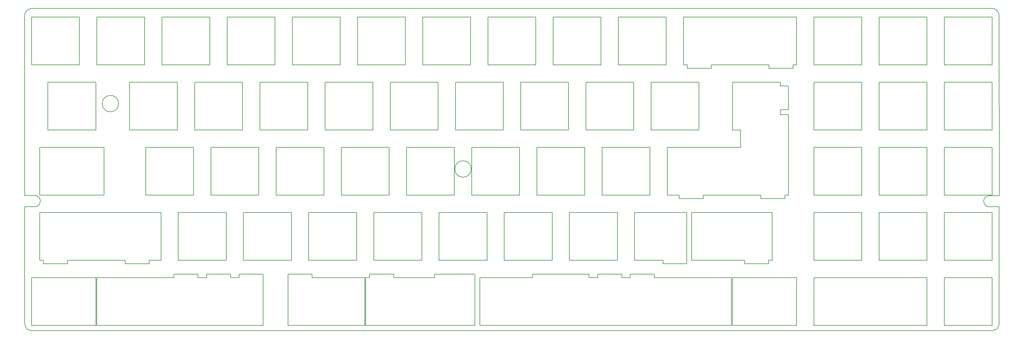
<source format=gbr>
%TF.GenerationSoftware,KiCad,Pcbnew,(7.0.0)*%
%TF.CreationDate,2023-03-04T17:59:08+01:00*%
%TF.ProjectId,qazimodo plate,71617a69-6d6f-4646-9f20-706c6174652e,rev?*%
%TF.SameCoordinates,Original*%
%TF.FileFunction,Profile,NP*%
%FSLAX46Y46*%
G04 Gerber Fmt 4.6, Leading zero omitted, Abs format (unit mm)*
G04 Created by KiCad (PCBNEW (7.0.0)) date 2023-03-04 17:59:08*
%MOMM*%
%LPD*%
G01*
G04 APERTURE LIST*
%TA.AperFunction,Profile*%
%ADD10C,0.200000*%
%TD*%
%TA.AperFunction,Profile*%
%ADD11C,0.100000*%
%TD*%
G04 APERTURE END LIST*
D10*
X138760937Y-48552682D02*
X124760937Y-48552682D01*
X97160937Y-138752682D02*
X99685937Y-138752682D01*
X234298437Y-138752682D02*
X238773437Y-138752682D01*
X52029187Y-105702682D02*
X50942187Y-105702682D01*
X195910937Y-62552682D02*
X195910937Y-48552682D01*
X237766687Y-86652682D02*
X234298437Y-86652682D01*
X310210937Y-86652682D02*
X296210937Y-86652682D01*
X310210937Y-48552682D02*
X296210937Y-48552682D01*
X106692187Y-123752682D02*
X106685937Y-123752682D01*
X296210937Y-81602682D02*
X310210937Y-81602682D01*
X130466687Y-138752682D02*
X131904687Y-138752682D01*
X171091687Y-138752682D02*
X173360937Y-138752682D01*
X143523437Y-119702682D02*
X143523437Y-105702682D01*
X291160937Y-86652682D02*
X277160937Y-86652682D01*
X116210937Y-138752682D02*
X116210937Y-123752682D01*
X191435937Y-81602682D02*
X205435937Y-81602682D01*
X271023937Y-48552682D02*
X264023937Y-48552682D01*
X130466687Y-123752682D02*
X123466687Y-123752682D01*
X224773437Y-119702682D02*
X233004187Y-119702682D01*
X214960937Y-48552682D02*
X200960937Y-48552682D01*
X244766687Y-86652682D02*
X237766687Y-86652682D01*
X148285937Y-81602682D02*
X148285937Y-67602682D01*
X229535937Y-81602682D02*
X243535937Y-81602682D01*
X191148437Y-86652682D02*
X177148437Y-86652682D01*
X291160937Y-124752682D02*
X286685937Y-124752682D01*
X296210937Y-67602682D02*
X296210937Y-81602682D01*
X331245023Y-48061977D02*
G75*
G03*
X329245026Y-46061977I-1999923J77D01*
G01*
X81610937Y-124752682D02*
X74754687Y-124752682D01*
X119710937Y-48552682D02*
X105710937Y-48552682D01*
X291160937Y-119702682D02*
X291160937Y-105702682D01*
X46559497Y-104013000D02*
X46545321Y-138271306D01*
X178091687Y-138752682D02*
X178091687Y-123752682D01*
X77135937Y-67602682D02*
X77135937Y-81602682D01*
X253060937Y-138752682D02*
X253060937Y-124752682D01*
X64942187Y-100652682D02*
X69704687Y-100652682D01*
X261642687Y-101652682D02*
X268642687Y-101652682D01*
X210485937Y-81602682D02*
X224485937Y-81602682D01*
X59029187Y-105702682D02*
X52029187Y-105702682D01*
X224773437Y-105702682D02*
X224773437Y-119702682D01*
X129523437Y-119702682D02*
X143523437Y-119702682D01*
X172098437Y-100652682D02*
X172098437Y-86652682D01*
X269729687Y-77127682D02*
X267348437Y-77127682D01*
X269729687Y-99565682D02*
X269729687Y-92565682D01*
X264967187Y-105702682D02*
X263880187Y-105702682D01*
X131904687Y-124752682D02*
X130466687Y-124752682D01*
X253060937Y-124752682D02*
X248298437Y-124752682D01*
X253348437Y-67602682D02*
X253348437Y-81602682D01*
X91423437Y-119702682D02*
X105423437Y-119702682D01*
X230510937Y-138752682D02*
X231917187Y-138752682D01*
X186385937Y-81602682D02*
X186385937Y-67602682D01*
X267348437Y-124752682D02*
X258110937Y-124752682D01*
X100660937Y-62552682D02*
X100660937Y-48552682D01*
X129523437Y-105702682D02*
X129523437Y-119702682D01*
X162860937Y-62552682D02*
X176860937Y-62552682D01*
X315260937Y-124752682D02*
X315260937Y-138752682D01*
X258110937Y-138752682D02*
X267348437Y-138752682D01*
X291160937Y-100652682D02*
X291160937Y-86652682D01*
X229248437Y-138752682D02*
X230510937Y-138752682D01*
X255729687Y-81602682D02*
X255729687Y-86652682D01*
X195910937Y-48552682D02*
X181910937Y-48552682D01*
X62560937Y-138752682D02*
X64942187Y-138752682D01*
X67323437Y-138752682D02*
X67323437Y-124752682D01*
X81610937Y-62552682D02*
X81610937Y-48552682D01*
X315260937Y-67602682D02*
X315260937Y-81602682D01*
X115235937Y-67602682D02*
X115235937Y-81602682D01*
X138760937Y-138752682D02*
X145904687Y-138752682D01*
X277160937Y-119702682D02*
X291160937Y-119702682D01*
X138760937Y-62552682D02*
X138760937Y-48552682D01*
X91135937Y-81602682D02*
X91135937Y-67602682D01*
X267348437Y-67602682D02*
X253348437Y-67602682D01*
X244766687Y-100652682D02*
X246204687Y-100652682D01*
X145904687Y-124752682D02*
X138760937Y-124752682D01*
X124473437Y-119702682D02*
X124473437Y-105702682D01*
X53323437Y-124752682D02*
X50942187Y-124752682D01*
X62560937Y-124752682D02*
X53323437Y-124752682D01*
X166360937Y-124752682D02*
X160192187Y-124752682D01*
X215248437Y-100652682D02*
X229248437Y-100652682D01*
X147342687Y-138752682D02*
X153335937Y-138752682D01*
X315260937Y-86652682D02*
X315260937Y-100652682D01*
X53323437Y-67602682D02*
X53323437Y-81602682D01*
X253348437Y-138752682D02*
X255729687Y-138752682D01*
X72373437Y-105702682D02*
X64942187Y-105702682D01*
X74754687Y-138752682D02*
X81610937Y-138752682D01*
X60467187Y-105702682D02*
X59029187Y-105702682D01*
X200673437Y-105702682D02*
X186673437Y-105702682D01*
X86660937Y-124752682D02*
X86373437Y-124752682D01*
X277160937Y-124752682D02*
X277160937Y-138752682D01*
X329260937Y-62552682D02*
X329260937Y-48552682D01*
X133998437Y-100652682D02*
X133998437Y-86652682D01*
X230510937Y-124752682D02*
X230510937Y-123752682D01*
X74467187Y-105702682D02*
X72373437Y-105702682D01*
X258110937Y-48552682D02*
X253060937Y-48552682D01*
X255729687Y-100652682D02*
X260204687Y-100652682D01*
X246204687Y-86652682D02*
X244766687Y-86652682D01*
X277160937Y-105702682D02*
X277160937Y-119702682D01*
X86660937Y-62552682D02*
X100660937Y-62552682D01*
X309123937Y-138752682D02*
X310210937Y-138752682D01*
X59029187Y-119702682D02*
X60467187Y-119702682D01*
X229535937Y-67602682D02*
X229535937Y-81602682D01*
X199692187Y-123752682D02*
X194967687Y-123752682D01*
X74754687Y-124752682D02*
X72373437Y-124752682D01*
X234298437Y-124752682D02*
X234010937Y-124752682D01*
X100660937Y-48552682D02*
X86660937Y-48552682D01*
X240004187Y-105702682D02*
X238773437Y-105702682D01*
X181910937Y-62552682D02*
X195910937Y-62552682D01*
X267348437Y-77127682D02*
X267348437Y-75689682D01*
X239060937Y-138752682D02*
X245917187Y-138752682D01*
X263880187Y-119702682D02*
X264967187Y-119702682D01*
X263880187Y-105702682D02*
X256880187Y-105702682D01*
X172098437Y-86652682D02*
X158098437Y-86652682D01*
X99685937Y-138752682D02*
X99692187Y-138752682D01*
X247147937Y-62552682D02*
X248585937Y-62552682D01*
X110473437Y-105702682D02*
X110473437Y-119702682D01*
X267348437Y-68689682D02*
X267348437Y-67602682D01*
X310210937Y-100652682D02*
X310210937Y-86652682D01*
X205435937Y-81602682D02*
X205435937Y-67602682D01*
X46559497Y-100711000D02*
X49452502Y-100711000D01*
X133998437Y-86652682D02*
X119998437Y-86652682D01*
X224485937Y-81602682D02*
X224485937Y-67602682D01*
X82905187Y-120702682D02*
X82905187Y-119702682D01*
X81898437Y-138752682D02*
X86373437Y-138752682D01*
X267348437Y-75689682D02*
X269729687Y-75689682D01*
X199692187Y-138752682D02*
X201967687Y-138752682D01*
X49452502Y-104013000D02*
G75*
G03*
X49452502Y-100711000I-102J1651000D01*
G01*
X124760937Y-62552682D02*
X138760937Y-62552682D01*
X263880187Y-120702682D02*
X263880187Y-119702682D01*
X146192187Y-124752682D02*
X146192187Y-138752682D01*
X67610937Y-124752682D02*
X67610937Y-138752682D01*
X214960937Y-62552682D02*
X214960937Y-48552682D01*
X53323437Y-138752682D02*
X62560937Y-138752682D01*
X55704687Y-86652682D02*
X50942187Y-86652682D01*
X243535937Y-81602682D02*
X243535937Y-67602682D01*
X59029187Y-120702682D02*
X59029187Y-119702682D01*
X239060937Y-62552682D02*
X240147937Y-62552682D01*
X296210937Y-62552682D02*
X310210937Y-62552682D01*
X315260937Y-138752682D02*
X329260937Y-138752682D01*
X296210937Y-86652682D02*
X296210937Y-100652682D01*
X160192187Y-138752682D02*
X166360937Y-138752682D01*
X269729687Y-91127682D02*
X269729687Y-86652682D01*
X269729687Y-138752682D02*
X272110937Y-138752682D01*
X213985937Y-138752682D02*
X215248437Y-138752682D01*
X269729687Y-92565682D02*
X269729687Y-91127682D01*
X315260937Y-48552682D02*
X315260937Y-62552682D01*
X248585937Y-62552682D02*
X253060937Y-62552682D01*
X110185937Y-81602682D02*
X110185937Y-67602682D01*
X329245026Y-140262026D02*
G75*
G03*
X331245026Y-138261970I74J1999926D01*
G01*
X91135937Y-67602682D02*
X77135937Y-67602682D01*
X119998437Y-100652682D02*
X133998437Y-100652682D01*
X193529687Y-138752682D02*
X194967687Y-138752682D01*
X72373437Y-119702682D02*
X74467187Y-119702682D01*
X166360937Y-138752682D02*
X167335937Y-138752682D01*
X106692187Y-124752682D02*
X106692187Y-123752682D01*
X238773437Y-105702682D02*
X233004187Y-105702682D01*
X248298437Y-124752682D02*
X245917187Y-124752682D01*
X329260937Y-105702682D02*
X315260937Y-105702682D01*
X328353046Y-100838000D02*
G75*
G03*
X328353046Y-104013000I154J-1587500D01*
G01*
X64942187Y-138752682D02*
X67323437Y-138752682D01*
X269729687Y-124752682D02*
X267348437Y-124752682D01*
X220985937Y-138752682D02*
X223510937Y-138752682D01*
X106685937Y-138752682D02*
X106692187Y-138752682D01*
X247147937Y-48552682D02*
X240147937Y-48552682D01*
X205723437Y-119702682D02*
X219723437Y-119702682D01*
X237766687Y-101652682D02*
X244766687Y-101652682D01*
X116210937Y-123752682D02*
X109210937Y-123752682D01*
X220985937Y-124752682D02*
X220985937Y-123752682D01*
X191148437Y-100652682D02*
X191148437Y-86652682D01*
X153335937Y-138752682D02*
X154310937Y-138752682D01*
X110185937Y-138752682D02*
X116210937Y-138752682D01*
X277160937Y-48552682D02*
X277160937Y-62552682D01*
X53323437Y-81602682D02*
X67323437Y-81602682D01*
X153335937Y-67602682D02*
X153335937Y-81602682D01*
X194967687Y-123752682D02*
X194967687Y-124752682D01*
X250967187Y-105702682D02*
X241442187Y-105702682D01*
X291160937Y-62552682D02*
X291160937Y-48552682D01*
X229248437Y-100652682D02*
X229248437Y-86652682D01*
X210485937Y-138752682D02*
X211460937Y-138752682D01*
X146192187Y-138752682D02*
X147310937Y-138752682D01*
X96185937Y-67602682D02*
X96185937Y-81602682D01*
X244766687Y-101652682D02*
X244766687Y-100652682D01*
X262585937Y-62552682D02*
X264023937Y-62552682D01*
X224485937Y-67602682D02*
X210485937Y-67602682D01*
X109210937Y-138752682D02*
X110185937Y-138752682D01*
X272110937Y-138752682D02*
X272110937Y-124752682D01*
X86660937Y-48552682D02*
X86660937Y-62552682D01*
X329260937Y-48552682D02*
X315260937Y-48552682D01*
X245917187Y-124752682D02*
X239060937Y-124752682D01*
X264967187Y-119702682D02*
X264967187Y-105702682D01*
X253060937Y-62552682D02*
X258110937Y-62552682D01*
X166360937Y-123752682D02*
X166360937Y-124752682D01*
X291160937Y-48552682D02*
X277160937Y-48552682D01*
X291160937Y-105702682D02*
X277160937Y-105702682D01*
X88754687Y-124752682D02*
X86660937Y-124752682D01*
X167335937Y-81602682D02*
X167335937Y-67602682D01*
X255729687Y-124752682D02*
X253348437Y-124752682D01*
X234010937Y-124752682D02*
X231917187Y-124752682D01*
X86373437Y-138752682D02*
X86660937Y-138752682D01*
X239060937Y-48552682D02*
X239060937Y-62552682D01*
X100948437Y-86652682D02*
X100948437Y-100652682D01*
X268642687Y-101652682D02*
X268642687Y-100652682D01*
X81610937Y-138752682D02*
X81898437Y-138752682D01*
X67610937Y-48552682D02*
X67610937Y-62552682D01*
X81898437Y-86652682D02*
X81898437Y-100652682D01*
X177009344Y-93001114D02*
G75*
G03*
X177009344Y-93001114I-2400000J0D01*
G01*
X48560937Y-48552682D02*
X48560937Y-62552682D01*
X277160937Y-67602682D02*
X277160937Y-81602682D01*
X261642687Y-100652682D02*
X261642687Y-101652682D01*
X277160937Y-62552682D02*
X291160937Y-62552682D01*
X201967687Y-138752682D02*
X204460937Y-138752682D01*
X329260937Y-67602682D02*
X315260937Y-67602682D01*
X96185937Y-138752682D02*
X97160937Y-138752682D01*
X147342687Y-123752682D02*
X147310937Y-123752682D01*
X210485937Y-67602682D02*
X210485937Y-81602682D01*
X97160937Y-123752682D02*
X90160937Y-123752682D01*
X48560937Y-62552682D02*
X62560937Y-62552682D01*
X315260937Y-100652682D02*
X329260937Y-100652682D01*
X186673437Y-119702682D02*
X200673437Y-119702682D01*
X253060937Y-48552682D02*
X248585937Y-48552682D01*
X310210937Y-81602682D02*
X310210937Y-67602682D01*
X148573437Y-105702682D02*
X148573437Y-119702682D01*
X64942187Y-119702682D02*
X72373437Y-119702682D01*
X50942187Y-119702682D02*
X52029187Y-119702682D01*
X213985937Y-123752682D02*
X213985937Y-124752682D01*
X178091687Y-123752682D02*
X173360937Y-123752682D01*
X109210937Y-123752682D02*
X109210937Y-124752682D01*
X82905187Y-119702682D02*
X86373437Y-119702682D01*
X91423437Y-105702682D02*
X91423437Y-119702682D01*
X291160937Y-81602682D02*
X291160937Y-67602682D01*
X154310937Y-123752682D02*
X147342687Y-123752682D01*
X220010937Y-48552682D02*
X220010937Y-62552682D01*
X114948437Y-86652682D02*
X100948437Y-86652682D01*
X233004187Y-120702682D02*
X240004187Y-120702682D01*
X255729687Y-138752682D02*
X258110937Y-138752682D01*
X173360937Y-138752682D02*
X178091687Y-138752682D01*
X310210937Y-124752682D02*
X309123937Y-124752682D01*
X154342687Y-124752682D02*
X154342687Y-123752682D01*
X52029187Y-119702682D02*
X52029187Y-120702682D01*
X157810937Y-48552682D02*
X143810937Y-48552682D01*
X90160937Y-123752682D02*
X90160937Y-124752682D01*
X196198437Y-100652682D02*
X210198437Y-100652682D01*
X219723437Y-119702682D02*
X219723437Y-105702682D01*
X110185937Y-67602682D02*
X96185937Y-67602682D01*
X147310937Y-138752682D02*
X147342687Y-138752682D01*
X48545022Y-140261970D02*
X329245026Y-140261970D01*
X302123937Y-124752682D02*
X300685937Y-124752682D01*
X119710937Y-62552682D02*
X119710937Y-48552682D01*
X181910937Y-138752682D02*
X193529687Y-138752682D01*
X277160937Y-138752682D02*
X278247937Y-138752682D01*
X195910937Y-138752682D02*
X199692187Y-138752682D01*
X234298437Y-100652682D02*
X237766687Y-100652682D01*
X172385937Y-67602682D02*
X172385937Y-81602682D01*
X172385937Y-81602682D02*
X186385937Y-81602682D01*
X210198437Y-86652682D02*
X196198437Y-86652682D01*
X272110937Y-62552682D02*
X272110937Y-48552682D01*
X158098437Y-86652682D02*
X158098437Y-100652682D01*
X296210937Y-124752682D02*
X291160937Y-124752682D01*
X315260937Y-105702682D02*
X315260937Y-119702682D01*
X234010937Y-62552682D02*
X234010937Y-48552682D01*
X167623437Y-105702682D02*
X167623437Y-119702682D01*
X191435937Y-67602682D02*
X191435937Y-81602682D01*
X310210937Y-67602682D02*
X296210937Y-67602682D01*
X181910937Y-124752682D02*
X179529687Y-124752682D01*
X143810937Y-62552682D02*
X157810937Y-62552682D01*
X296210937Y-100652682D02*
X310210937Y-100652682D01*
X147310937Y-124752682D02*
X146192187Y-124752682D01*
X220985937Y-123752682D02*
X213985937Y-123752682D01*
X81610937Y-48552682D02*
X67610937Y-48552682D01*
X186385937Y-67602682D02*
X172385937Y-67602682D01*
X50927000Y-100652682D02*
X55704687Y-100652682D01*
X143810937Y-48552682D02*
X143810937Y-62552682D01*
X167623437Y-119702682D02*
X181623437Y-119702682D01*
X143523437Y-105702682D02*
X129523437Y-105702682D01*
X329260937Y-124752682D02*
X315260937Y-124752682D01*
X245917187Y-138752682D02*
X248298437Y-138752682D01*
X258110937Y-124752682D02*
X255729687Y-124752682D01*
X119998437Y-86652682D02*
X119998437Y-100652682D01*
X264023937Y-62552682D02*
X264023937Y-63552682D01*
X67323437Y-81602682D02*
X67323437Y-67602682D01*
X64942187Y-105702682D02*
X60467187Y-105702682D01*
X248298437Y-138752682D02*
X253060937Y-138752682D01*
X67610937Y-138752682D02*
X72373437Y-138752682D01*
X73991873Y-73880935D02*
G75*
G03*
X73991873Y-73880935I-2400000J0D01*
G01*
X139048437Y-100652682D02*
X153048437Y-100652682D01*
X50942187Y-124752682D02*
X48560937Y-124752682D01*
X176860937Y-48552682D02*
X162860937Y-48552682D01*
X310210937Y-62552682D02*
X310210937Y-48552682D01*
X256880187Y-119702682D02*
X256880187Y-120702682D01*
X100948437Y-100652682D02*
X114948437Y-100652682D01*
X204460937Y-138752682D02*
X206692187Y-138752682D01*
X72373437Y-124752682D02*
X67610937Y-124752682D01*
X129235937Y-67602682D02*
X115235937Y-67602682D01*
X309123937Y-124752682D02*
X302123937Y-124752682D01*
X123466687Y-138752682D02*
X124760937Y-138752682D01*
X105423437Y-119702682D02*
X105423437Y-105702682D01*
X310210937Y-119702682D02*
X310210937Y-105702682D01*
X129235937Y-81602682D02*
X129235937Y-67602682D01*
X105423437Y-105702682D02*
X91423437Y-105702682D01*
X75905187Y-119702682D02*
X75905187Y-120702682D01*
X99692187Y-123752682D02*
X99685937Y-123752682D01*
X176860937Y-62552682D02*
X176860937Y-48552682D01*
X296210937Y-105702682D02*
X296210937Y-119702682D01*
X64942187Y-124752682D02*
X62560937Y-124752682D01*
X296210937Y-48552682D02*
X296210937Y-62552682D01*
X315260937Y-62552682D02*
X329260937Y-62552682D01*
X196198437Y-86652682D02*
X196198437Y-100652682D01*
X99685937Y-124752682D02*
X97160937Y-124752682D01*
X240004187Y-120702682D02*
X240004187Y-105702682D01*
X74467187Y-119702682D02*
X75905187Y-119702682D01*
X250967187Y-119702682D02*
X255442187Y-119702682D01*
X109210937Y-124752682D02*
X106692187Y-124752682D01*
X256880187Y-105702682D02*
X255442187Y-105702682D01*
X99685937Y-123752682D02*
X99685937Y-124752682D01*
X95898437Y-138752682D02*
X96185937Y-138752682D01*
X240147937Y-63552682D02*
X247147937Y-63552682D01*
X243535937Y-67602682D02*
X229535937Y-67602682D01*
X246204687Y-100652682D02*
X248298437Y-100652682D01*
X255442187Y-105702682D02*
X250967187Y-105702682D01*
X81898437Y-124752682D02*
X81610937Y-124752682D01*
X271023937Y-62552682D02*
X272110937Y-62552682D01*
X264023937Y-48552682D02*
X262585937Y-48552682D01*
X99692187Y-138752682D02*
X100660937Y-138752682D01*
X154310937Y-138752682D02*
X154342687Y-138752682D01*
X106685937Y-123752682D02*
X99692187Y-123752682D01*
X106692187Y-138752682D02*
X109210937Y-138752682D01*
X153048437Y-86652682D02*
X139048437Y-86652682D01*
X233004187Y-105702682D02*
X224773437Y-105702682D01*
X269729687Y-100652682D02*
X269729687Y-99565682D01*
X310210937Y-138752682D02*
X310210937Y-124752682D01*
X86373437Y-124752682D02*
X81898437Y-124752682D01*
X46559497Y-104013000D02*
X49452502Y-104013000D01*
X300685937Y-124752682D02*
X296210937Y-124752682D01*
X241442187Y-105702682D02*
X241442187Y-119702682D01*
X219723437Y-105702682D02*
X205723437Y-105702682D01*
X131904687Y-138752682D02*
X138760937Y-138752682D01*
X277160937Y-100652682D02*
X291160937Y-100652682D01*
X223510937Y-138752682D02*
X224485937Y-138752682D01*
X86660937Y-138752682D02*
X88754687Y-138752682D01*
X240147937Y-62552682D02*
X240147937Y-63552682D01*
X105710937Y-48552682D02*
X105710937Y-62552682D01*
X124760937Y-138752682D02*
X130466687Y-138752682D01*
X269729687Y-86652682D02*
X269729687Y-77127682D01*
X67323437Y-124752682D02*
X64942187Y-124752682D01*
X115235937Y-81602682D02*
X129235937Y-81602682D01*
X331296513Y-100835180D02*
X331245026Y-48061977D01*
X167335937Y-67602682D02*
X153335937Y-67602682D01*
X231917187Y-124752682D02*
X230510937Y-124752682D01*
X162573437Y-105702682D02*
X148573437Y-105702682D01*
X331296513Y-100835180D02*
X328353046Y-100838000D01*
X247147937Y-63552682D02*
X247147937Y-62552682D01*
X171091687Y-123752682D02*
X166360937Y-123752682D01*
X237766687Y-100652682D02*
X237766687Y-101652682D01*
X296210937Y-119702682D02*
X310210937Y-119702682D01*
X95898437Y-86652682D02*
X81898437Y-86652682D01*
X238773437Y-138752682D02*
X239060937Y-138752682D01*
X269729687Y-68689682D02*
X267348437Y-68689682D01*
X315260937Y-81602682D02*
X329260937Y-81602682D01*
X234298437Y-86652682D02*
X234298437Y-100652682D01*
X285247937Y-124752682D02*
X278247937Y-124752682D01*
X75905187Y-120702682D02*
X82905187Y-120702682D01*
X67323437Y-67602682D02*
X53323437Y-67602682D01*
X220010937Y-138752682D02*
X220985937Y-138752682D01*
X86373437Y-119702682D02*
X86373437Y-105702682D01*
X69704687Y-100652682D02*
X69704687Y-86652682D01*
X206692187Y-123752682D02*
X204460937Y-123752682D01*
X241442187Y-119702682D02*
X250967187Y-119702682D01*
X220010937Y-62552682D02*
X234010937Y-62552682D01*
X50942187Y-86652682D02*
X50927000Y-100652682D01*
X331246051Y-104013000D02*
X331245026Y-138261970D01*
X46545250Y-138271306D02*
G75*
G03*
X48545022Y-140261970I1999650J9006D01*
G01*
X62560937Y-62552682D02*
X62560937Y-48552682D01*
X267348437Y-138752682D02*
X269729687Y-138752682D01*
X329260937Y-119702682D02*
X329260937Y-105702682D01*
X162860937Y-48552682D02*
X162860937Y-62552682D01*
X123466687Y-123752682D02*
X123466687Y-138752682D01*
X291160937Y-67602682D02*
X277160937Y-67602682D01*
X248585937Y-48552682D02*
X247147937Y-48552682D01*
X329260937Y-81602682D02*
X329260937Y-67602682D01*
X75905187Y-105702682D02*
X74467187Y-105702682D01*
D11*
X328422000Y-103886000D02*
X328422000Y-103886000D01*
D10*
X240147937Y-48552682D02*
X239060937Y-48552682D01*
X48560937Y-138752682D02*
X50942187Y-138752682D01*
X88754687Y-138752682D02*
X90160937Y-138752682D01*
X90160937Y-138752682D02*
X95898437Y-138752682D01*
X60467187Y-119702682D02*
X64942187Y-119702682D01*
X110473437Y-119702682D02*
X124473437Y-119702682D01*
X181910937Y-48552682D02*
X181910937Y-62552682D01*
X224773437Y-138752682D02*
X229248437Y-138752682D01*
X278247937Y-138752682D02*
X309123937Y-138752682D01*
X148285937Y-67602682D02*
X134285937Y-67602682D01*
X154342687Y-123752682D02*
X154310937Y-123752682D01*
X95898437Y-100652682D02*
X95898437Y-86652682D01*
X268642687Y-100652682D02*
X269729687Y-100652682D01*
X124473437Y-105702682D02*
X110473437Y-105702682D01*
X179529687Y-138752682D02*
X181910937Y-138752682D01*
X97160937Y-124752682D02*
X97160937Y-123752682D01*
X229248437Y-86652682D02*
X215248437Y-86652682D01*
X86373437Y-105702682D02*
X82905187Y-105702682D01*
X194967687Y-138752682D02*
X195910937Y-138752682D01*
X46545022Y-48061977D02*
X46559497Y-100711000D01*
X211460937Y-138752682D02*
X213985937Y-138752682D01*
X260204687Y-100652682D02*
X261642687Y-100652682D01*
X124760937Y-48552682D02*
X124760937Y-62552682D01*
X157810937Y-62552682D02*
X157810937Y-48552682D01*
X181623437Y-119702682D02*
X181623437Y-105702682D01*
X200960937Y-48552682D02*
X200960937Y-62552682D01*
X177148437Y-86652682D02*
X177148437Y-100652682D01*
X329260937Y-86652682D02*
X315260937Y-86652682D01*
X206692187Y-138752682D02*
X210485937Y-138752682D01*
X96185937Y-81602682D02*
X110185937Y-81602682D01*
X100660937Y-138752682D02*
X106685937Y-138752682D01*
X239060937Y-124752682D02*
X238773437Y-124752682D01*
X286685937Y-124752682D02*
X285247937Y-124752682D01*
X69704687Y-86652682D02*
X64942187Y-86652682D01*
X186673437Y-105702682D02*
X186673437Y-119702682D01*
X215248437Y-86652682D02*
X215248437Y-100652682D01*
X258110937Y-62552682D02*
X262585937Y-62552682D01*
X211460937Y-123752682D02*
X206692187Y-123752682D01*
X211460937Y-124752682D02*
X211460937Y-123752682D01*
X331246051Y-104013000D02*
X328353046Y-104013000D01*
X55704687Y-100652682D02*
X64942187Y-100652682D01*
X329260937Y-100652682D02*
X329260937Y-86652682D01*
X48544538Y-46061462D02*
G75*
G03*
X46545022Y-48061977I882J-2000398D01*
G01*
X256880187Y-120702682D02*
X263880187Y-120702682D01*
X200673437Y-119702682D02*
X200673437Y-105702682D01*
X215248437Y-138752682D02*
X220010937Y-138752682D01*
X181623437Y-105702682D02*
X167623437Y-105702682D01*
X278247937Y-124752682D02*
X277160937Y-124752682D01*
X248298437Y-100652682D02*
X255729687Y-100652682D01*
X253348437Y-124752682D02*
X253348437Y-138752682D01*
X231917187Y-138752682D02*
X234010937Y-138752682D01*
X67610937Y-62552682D02*
X81610937Y-62552682D01*
X50942187Y-105702682D02*
X50942187Y-119702682D01*
X269729687Y-75689682D02*
X269729687Y-68689682D01*
X210198437Y-100652682D02*
X210198437Y-86652682D01*
X158098437Y-100652682D02*
X172098437Y-100652682D01*
X315260937Y-119702682D02*
X329260937Y-119702682D01*
X134285937Y-67602682D02*
X134285937Y-81602682D01*
X90160937Y-124752682D02*
X88754687Y-124752682D01*
X310210937Y-105702682D02*
X296210937Y-105702682D01*
X277160937Y-86652682D02*
X277160937Y-100652682D01*
X82905187Y-105702682D02*
X75905187Y-105702682D01*
X48560937Y-124752682D02*
X48560937Y-138752682D01*
X193529687Y-124752682D02*
X181910937Y-124752682D01*
X50942187Y-138752682D02*
X53323437Y-138752682D01*
X277160937Y-81602682D02*
X291160937Y-81602682D01*
X148573437Y-119702682D02*
X162573437Y-119702682D01*
X329260937Y-138752682D02*
X329260937Y-124752682D01*
X264023937Y-63552682D02*
X271023937Y-63552682D01*
X162573437Y-119702682D02*
X162573437Y-105702682D01*
X177148437Y-100652682D02*
X191148437Y-100652682D01*
X130466687Y-124752682D02*
X130466687Y-123752682D01*
X213985937Y-124752682D02*
X211460937Y-124752682D01*
X262585937Y-48552682D02*
X258110937Y-48552682D01*
X62560937Y-48552682D02*
X48560937Y-48552682D01*
X138760937Y-124752682D02*
X131904687Y-124752682D01*
X173360937Y-123752682D02*
X171091687Y-123752682D01*
X271023937Y-63552682D02*
X271023937Y-62552682D01*
X205435937Y-67602682D02*
X191435937Y-67602682D01*
X134285937Y-81602682D02*
X148285937Y-81602682D01*
X194967687Y-124752682D02*
X193529687Y-124752682D01*
X200960937Y-62552682D02*
X214960937Y-62552682D01*
X105710937Y-62552682D02*
X119710937Y-62552682D01*
X81898437Y-100652682D02*
X95898437Y-100652682D01*
X255729687Y-86652682D02*
X248298437Y-86652682D01*
X114948437Y-100652682D02*
X114948437Y-86652682D01*
X160192187Y-124752682D02*
X154342687Y-124752682D01*
X255442187Y-119702682D02*
X256880187Y-119702682D01*
X272110937Y-48552682D02*
X271023937Y-48552682D01*
X153048437Y-100652682D02*
X153048437Y-86652682D01*
X145904687Y-138752682D02*
X145904687Y-124752682D01*
X248298437Y-86652682D02*
X246204687Y-86652682D01*
X238773437Y-124752682D02*
X234298437Y-124752682D01*
X154342687Y-138752682D02*
X160192187Y-138752682D01*
X72373437Y-138752682D02*
X74754687Y-138752682D01*
X77135937Y-81602682D02*
X91135937Y-81602682D01*
X204460937Y-123752682D02*
X201967687Y-123752682D01*
X233004187Y-119702682D02*
X233004187Y-120702682D01*
X224485937Y-138752682D02*
X224773437Y-138752682D01*
X253348437Y-81602682D02*
X255729687Y-81602682D01*
X230510937Y-123752682D02*
X223510937Y-123752682D01*
X234010937Y-48552682D02*
X220010937Y-48552682D01*
X147310937Y-123752682D02*
X147310937Y-124752682D01*
X153335937Y-81602682D02*
X167335937Y-81602682D01*
X139048437Y-86652682D02*
X139048437Y-100652682D01*
X223510937Y-123752682D02*
X223510937Y-124752682D01*
X167335937Y-138752682D02*
X171091687Y-138752682D01*
X234010937Y-138752682D02*
X234298437Y-138752682D01*
X223510937Y-124752682D02*
X220985937Y-124752682D01*
X272110937Y-124752682D02*
X269729687Y-124752682D01*
X179529687Y-124752682D02*
X179529687Y-138752682D01*
X205723437Y-105702682D02*
X205723437Y-119702682D01*
X52029187Y-120702682D02*
X59029187Y-120702682D01*
X329245026Y-46061977D02*
X48544538Y-46061468D01*
X64942187Y-86652682D02*
X55704687Y-86652682D01*
X201967687Y-123752682D02*
X199692187Y-123752682D01*
M02*

</source>
